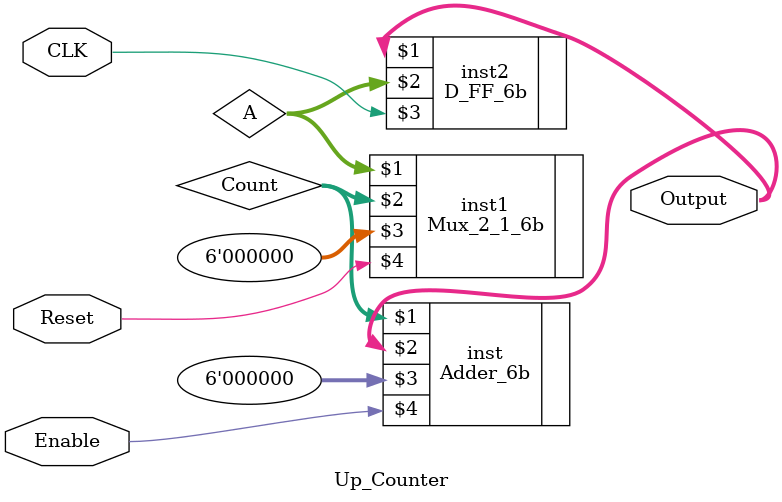
<source format=v>
module Up_Counter (Output, Reset, CLK, Enable);
//define_IO
	input CLK, Reset, Enable;
	output [5:0] Output;
	
//define_wire/reg
	wire [5:0] Count, A;
	
//body
	Adder_6b inst (Count, Output, 6'd0, Enable);
	Mux_2_1_6b inst1 (A, Count, 6'd0, Reset);
	D_FF_6b inst2 (Output, A, CLK);
	
endmodule

</source>
